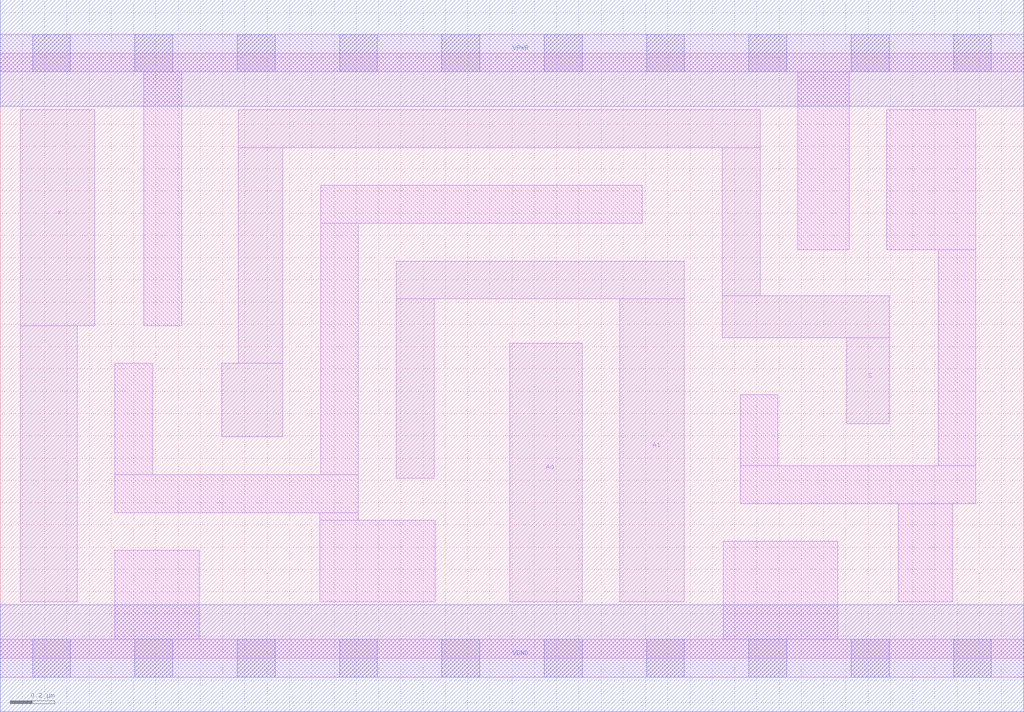
<source format=lef>
# Copyright 2020 The SkyWater PDK Authors
#
# Licensed under the Apache License, Version 2.0 (the "License");
# you may not use this file except in compliance with the License.
# You may obtain a copy of the License at
#
#     https://www.apache.org/licenses/LICENSE-2.0
#
# Unless required by applicable law or agreed to in writing, software
# distributed under the License is distributed on an "AS IS" BASIS,
# WITHOUT WARRANTIES OR CONDITIONS OF ANY KIND, either express or implied.
# See the License for the specific language governing permissions and
# limitations under the License.
#
# SPDX-License-Identifier: Apache-2.0

VERSION 5.7 ;
BUSBITCHARS "[]" ;
DIVIDERCHAR "/" ;
PROPERTYDEFINITIONS
  MACRO maskLayoutSubType STRING ;
  MACRO prCellType STRING ;
  MACRO originalViewName STRING ;
END PROPERTYDEFINITIONS
MACRO sky130_fd_sc_hdll__clkmux2_1
  ORIGIN  0.000000  0.000000 ;
  CLASS CORE ;
  SYMMETRY X Y R90 ;
  SIZE  4.600000 BY  2.720000 ;
  SITE unithd ;
  PIN A0
    ANTENNAGATEAREA  0.232200 ;
    DIRECTION INPUT ;
    USE SIGNAL ;
    PORT
      LAYER li1 ;
        RECT 2.290000 0.255000 2.615000 1.415000 ;
    END
  END A0
  PIN A1
    ANTENNAGATEAREA  0.232200 ;
    DIRECTION INPUT ;
    USE SIGNAL ;
    PORT
      LAYER li1 ;
        RECT 1.780000 0.810000 1.950000 1.615000 ;
        RECT 1.780000 1.615000 3.075000 1.785000 ;
        RECT 2.785000 0.255000 3.075000 1.615000 ;
    END
  END A1
  PIN S
    ANTENNAGATEAREA  0.479400 ;
    DIRECTION INPUT ;
    USE SIGNAL ;
    PORT
      LAYER li1 ;
        RECT 0.995000 0.995000 1.270000 1.325000 ;
        RECT 1.070000 1.325000 1.270000 2.295000 ;
        RECT 1.070000 2.295000 3.415000 2.465000 ;
        RECT 3.245000 1.440000 3.995000 1.630000 ;
        RECT 3.245000 1.630000 3.415000 2.295000 ;
        RECT 3.805000 1.055000 3.995000 1.440000 ;
    END
  END S
  PIN X
    ANTENNADIFFAREA  0.405200 ;
    DIRECTION OUTPUT ;
    USE SIGNAL ;
    PORT
      LAYER li1 ;
        RECT 0.090000 0.255000 0.345000 1.495000 ;
        RECT 0.090000 1.495000 0.425000 2.465000 ;
    END
  END X
  PIN VGND
    DIRECTION INOUT ;
    USE GROUND ;
    PORT
      LAYER met1 ;
        RECT 0.000000 -0.240000 4.600000 0.240000 ;
    END
  END VGND
  PIN VNB
    DIRECTION INOUT ;
    USE GROUND ;
    PORT
    END
  END VNB
  PIN VPB
    DIRECTION INOUT ;
    USE POWER ;
    PORT
    END
  END VPB
  PIN VPWR
    DIRECTION INOUT ;
    USE POWER ;
    PORT
      LAYER met1 ;
        RECT 0.000000 2.480000 4.600000 2.960000 ;
    END
  END VPWR
  OBS
    LAYER li1 ;
      RECT 0.000000 -0.085000 4.600000 0.085000 ;
      RECT 0.000000  2.635000 4.600000 2.805000 ;
      RECT 0.515000  0.085000 0.895000 0.485000 ;
      RECT 0.515000  0.655000 1.610000 0.825000 ;
      RECT 0.515000  0.825000 0.685000 1.325000 ;
      RECT 0.645000  1.495000 0.815000 2.635000 ;
      RECT 1.435000  0.255000 1.955000 0.620000 ;
      RECT 1.435000  0.620000 1.610000 0.655000 ;
      RECT 1.440000  0.825000 1.610000 1.955000 ;
      RECT 1.440000  1.955000 2.885000 2.125000 ;
      RECT 3.250000  0.085000 3.765000 0.525000 ;
      RECT 3.325000  0.695000 4.385000 0.865000 ;
      RECT 3.325000  0.865000 3.495000 1.185000 ;
      RECT 3.585000  1.835000 3.815000 2.635000 ;
      RECT 3.985000  1.835000 4.385000 2.465000 ;
      RECT 4.035000  0.255000 4.280000 0.695000 ;
      RECT 4.215000  0.865000 4.385000 1.835000 ;
    LAYER mcon ;
      RECT 0.145000 -0.085000 0.315000 0.085000 ;
      RECT 0.145000  2.635000 0.315000 2.805000 ;
      RECT 0.605000 -0.085000 0.775000 0.085000 ;
      RECT 0.605000  2.635000 0.775000 2.805000 ;
      RECT 1.065000 -0.085000 1.235000 0.085000 ;
      RECT 1.065000  2.635000 1.235000 2.805000 ;
      RECT 1.525000 -0.085000 1.695000 0.085000 ;
      RECT 1.525000  2.635000 1.695000 2.805000 ;
      RECT 1.985000 -0.085000 2.155000 0.085000 ;
      RECT 1.985000  2.635000 2.155000 2.805000 ;
      RECT 2.445000 -0.085000 2.615000 0.085000 ;
      RECT 2.445000  2.635000 2.615000 2.805000 ;
      RECT 2.905000 -0.085000 3.075000 0.085000 ;
      RECT 2.905000  2.635000 3.075000 2.805000 ;
      RECT 3.365000 -0.085000 3.535000 0.085000 ;
      RECT 3.365000  2.635000 3.535000 2.805000 ;
      RECT 3.825000 -0.085000 3.995000 0.085000 ;
      RECT 3.825000  2.635000 3.995000 2.805000 ;
      RECT 4.285000 -0.085000 4.455000 0.085000 ;
      RECT 4.285000  2.635000 4.455000 2.805000 ;
  END
  PROPERTY maskLayoutSubType "abstract" ;
  PROPERTY prCellType "standard" ;
  PROPERTY originalViewName "layout" ;
END sky130_fd_sc_hdll__clkmux2_1
END LIBRARY

</source>
